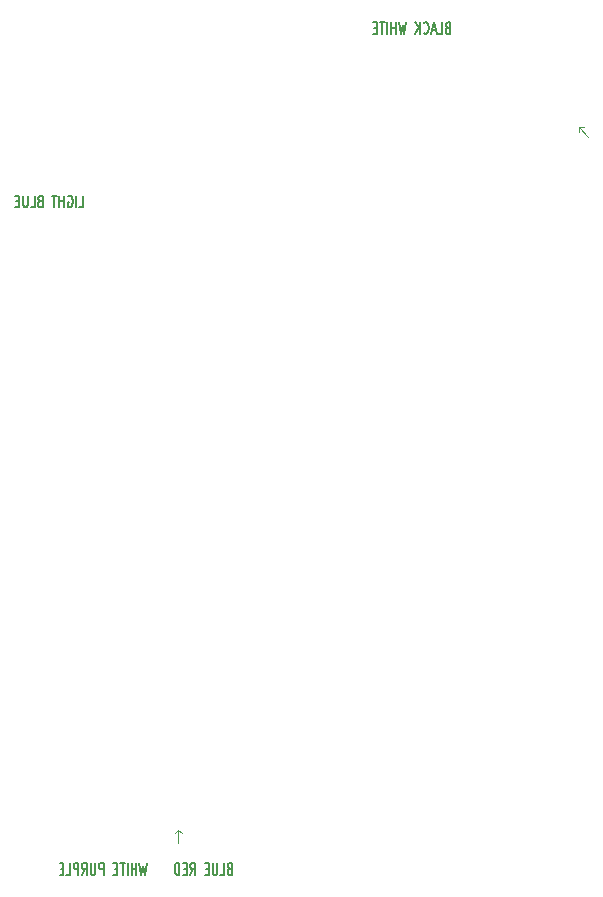
<source format=gbo>
G04 #@! TF.GenerationSoftware,KiCad,Pcbnew,5.1.5+dfsg1-2build2*
G04 #@! TF.CreationDate,2020-12-17T19:44:13+01:00*
G04 #@! TF.ProjectId,sony-scopeman,736f6e79-2d73-4636-9f70-656d616e2e6b,rev?*
G04 #@! TF.SameCoordinates,Original*
G04 #@! TF.FileFunction,Legend,Bot*
G04 #@! TF.FilePolarity,Positive*
%FSLAX46Y46*%
G04 Gerber Fmt 4.6, Leading zero omitted, Abs format (unit mm)*
G04 Created by KiCad (PCBNEW 5.1.5+dfsg1-2build2) date 2020-12-17 19:44:13*
%MOMM*%
%LPD*%
G04 APERTURE LIST*
%ADD10C,0.150000*%
%ADD11C,0.120000*%
G04 APERTURE END LIST*
D10*
X139816666Y-69028571D02*
X139716666Y-69076190D01*
X139683333Y-69123809D01*
X139650000Y-69219047D01*
X139650000Y-69361904D01*
X139683333Y-69457142D01*
X139716666Y-69504761D01*
X139783333Y-69552380D01*
X140050000Y-69552380D01*
X140050000Y-68552380D01*
X139816666Y-68552380D01*
X139750000Y-68600000D01*
X139716666Y-68647619D01*
X139683333Y-68742857D01*
X139683333Y-68838095D01*
X139716666Y-68933333D01*
X139750000Y-68980952D01*
X139816666Y-69028571D01*
X140050000Y-69028571D01*
X139016666Y-69552380D02*
X139350000Y-69552380D01*
X139350000Y-68552380D01*
X138816666Y-69266666D02*
X138483333Y-69266666D01*
X138883333Y-69552380D02*
X138650000Y-68552380D01*
X138416666Y-69552380D01*
X137783333Y-69457142D02*
X137816666Y-69504761D01*
X137916666Y-69552380D01*
X137983333Y-69552380D01*
X138083333Y-69504761D01*
X138150000Y-69409523D01*
X138183333Y-69314285D01*
X138216666Y-69123809D01*
X138216666Y-68980952D01*
X138183333Y-68790476D01*
X138150000Y-68695238D01*
X138083333Y-68600000D01*
X137983333Y-68552380D01*
X137916666Y-68552380D01*
X137816666Y-68600000D01*
X137783333Y-68647619D01*
X137483333Y-69552380D02*
X137483333Y-68552380D01*
X137083333Y-69552380D02*
X137383333Y-68980952D01*
X137083333Y-68552380D02*
X137483333Y-69123809D01*
X136316666Y-68552380D02*
X136150000Y-69552380D01*
X136016666Y-68838095D01*
X135883333Y-69552380D01*
X135716666Y-68552380D01*
X135450000Y-69552380D02*
X135450000Y-68552380D01*
X135450000Y-69028571D02*
X135050000Y-69028571D01*
X135050000Y-69552380D02*
X135050000Y-68552380D01*
X134716666Y-69552380D02*
X134716666Y-68552380D01*
X134483333Y-68552380D02*
X134083333Y-68552380D01*
X134283333Y-69552380D02*
X134283333Y-68552380D01*
X133850000Y-69028571D02*
X133616666Y-69028571D01*
X133516666Y-69552380D02*
X133850000Y-69552380D01*
X133850000Y-68552380D01*
X133516666Y-68552380D01*
X108616666Y-84252380D02*
X108950000Y-84252380D01*
X108950000Y-83252380D01*
X108383333Y-84252380D02*
X108383333Y-83252380D01*
X107683333Y-83300000D02*
X107750000Y-83252380D01*
X107850000Y-83252380D01*
X107950000Y-83300000D01*
X108016666Y-83395238D01*
X108050000Y-83490476D01*
X108083333Y-83680952D01*
X108083333Y-83823809D01*
X108050000Y-84014285D01*
X108016666Y-84109523D01*
X107950000Y-84204761D01*
X107850000Y-84252380D01*
X107783333Y-84252380D01*
X107683333Y-84204761D01*
X107650000Y-84157142D01*
X107650000Y-83823809D01*
X107783333Y-83823809D01*
X107350000Y-84252380D02*
X107350000Y-83252380D01*
X107350000Y-83728571D02*
X106950000Y-83728571D01*
X106950000Y-84252380D02*
X106950000Y-83252380D01*
X106716666Y-83252380D02*
X106316666Y-83252380D01*
X106516666Y-84252380D02*
X106516666Y-83252380D01*
X105316666Y-83728571D02*
X105216666Y-83776190D01*
X105183333Y-83823809D01*
X105150000Y-83919047D01*
X105150000Y-84061904D01*
X105183333Y-84157142D01*
X105216666Y-84204761D01*
X105283333Y-84252380D01*
X105550000Y-84252380D01*
X105550000Y-83252380D01*
X105316666Y-83252380D01*
X105250000Y-83300000D01*
X105216666Y-83347619D01*
X105183333Y-83442857D01*
X105183333Y-83538095D01*
X105216666Y-83633333D01*
X105250000Y-83680952D01*
X105316666Y-83728571D01*
X105550000Y-83728571D01*
X104516666Y-84252380D02*
X104850000Y-84252380D01*
X104850000Y-83252380D01*
X104283333Y-83252380D02*
X104283333Y-84061904D01*
X104250000Y-84157142D01*
X104216666Y-84204761D01*
X104150000Y-84252380D01*
X104016666Y-84252380D01*
X103950000Y-84204761D01*
X103916666Y-84157142D01*
X103883333Y-84061904D01*
X103883333Y-83252380D01*
X103550000Y-83728571D02*
X103316666Y-83728571D01*
X103216666Y-84252380D02*
X103550000Y-84252380D01*
X103550000Y-83252380D01*
X103216666Y-83252380D01*
X121366666Y-140228571D02*
X121266666Y-140276190D01*
X121233333Y-140323809D01*
X121200000Y-140419047D01*
X121200000Y-140561904D01*
X121233333Y-140657142D01*
X121266666Y-140704761D01*
X121333333Y-140752380D01*
X121600000Y-140752380D01*
X121600000Y-139752380D01*
X121366666Y-139752380D01*
X121300000Y-139800000D01*
X121266666Y-139847619D01*
X121233333Y-139942857D01*
X121233333Y-140038095D01*
X121266666Y-140133333D01*
X121300000Y-140180952D01*
X121366666Y-140228571D01*
X121600000Y-140228571D01*
X120566666Y-140752380D02*
X120900000Y-140752380D01*
X120900000Y-139752380D01*
X120333333Y-139752380D02*
X120333333Y-140561904D01*
X120300000Y-140657142D01*
X120266666Y-140704761D01*
X120200000Y-140752380D01*
X120066666Y-140752380D01*
X120000000Y-140704761D01*
X119966666Y-140657142D01*
X119933333Y-140561904D01*
X119933333Y-139752380D01*
X119600000Y-140228571D02*
X119366666Y-140228571D01*
X119266666Y-140752380D02*
X119600000Y-140752380D01*
X119600000Y-139752380D01*
X119266666Y-139752380D01*
X118033333Y-140752380D02*
X118266666Y-140276190D01*
X118433333Y-140752380D02*
X118433333Y-139752380D01*
X118166666Y-139752380D01*
X118100000Y-139800000D01*
X118066666Y-139847619D01*
X118033333Y-139942857D01*
X118033333Y-140085714D01*
X118066666Y-140180952D01*
X118100000Y-140228571D01*
X118166666Y-140276190D01*
X118433333Y-140276190D01*
X117733333Y-140228571D02*
X117500000Y-140228571D01*
X117400000Y-140752380D02*
X117733333Y-140752380D01*
X117733333Y-139752380D01*
X117400000Y-139752380D01*
X117100000Y-140752380D02*
X117100000Y-139752380D01*
X116933333Y-139752380D01*
X116833333Y-139800000D01*
X116766666Y-139895238D01*
X116733333Y-139990476D01*
X116700000Y-140180952D01*
X116700000Y-140323809D01*
X116733333Y-140514285D01*
X116766666Y-140609523D01*
X116833333Y-140704761D01*
X116933333Y-140752380D01*
X117100000Y-140752380D01*
X114333333Y-139752380D02*
X114166666Y-140752380D01*
X114033333Y-140038095D01*
X113900000Y-140752380D01*
X113733333Y-139752380D01*
X113466666Y-140752380D02*
X113466666Y-139752380D01*
X113466666Y-140228571D02*
X113066666Y-140228571D01*
X113066666Y-140752380D02*
X113066666Y-139752380D01*
X112733333Y-140752380D02*
X112733333Y-139752380D01*
X112500000Y-139752380D02*
X112100000Y-139752380D01*
X112300000Y-140752380D02*
X112300000Y-139752380D01*
X111866666Y-140228571D02*
X111633333Y-140228571D01*
X111533333Y-140752380D02*
X111866666Y-140752380D01*
X111866666Y-139752380D01*
X111533333Y-139752380D01*
X110700000Y-140752380D02*
X110700000Y-139752380D01*
X110433333Y-139752380D01*
X110366666Y-139800000D01*
X110333333Y-139847619D01*
X110300000Y-139942857D01*
X110300000Y-140085714D01*
X110333333Y-140180952D01*
X110366666Y-140228571D01*
X110433333Y-140276190D01*
X110700000Y-140276190D01*
X110000000Y-139752380D02*
X110000000Y-140561904D01*
X109966666Y-140657142D01*
X109933333Y-140704761D01*
X109866666Y-140752380D01*
X109733333Y-140752380D01*
X109666666Y-140704761D01*
X109633333Y-140657142D01*
X109600000Y-140561904D01*
X109600000Y-139752380D01*
X108866666Y-140752380D02*
X109100000Y-140276190D01*
X109266666Y-140752380D02*
X109266666Y-139752380D01*
X109000000Y-139752380D01*
X108933333Y-139800000D01*
X108900000Y-139847619D01*
X108866666Y-139942857D01*
X108866666Y-140085714D01*
X108900000Y-140180952D01*
X108933333Y-140228571D01*
X109000000Y-140276190D01*
X109266666Y-140276190D01*
X108566666Y-140752380D02*
X108566666Y-139752380D01*
X108300000Y-139752380D01*
X108233333Y-139800000D01*
X108200000Y-139847619D01*
X108166666Y-139942857D01*
X108166666Y-140085714D01*
X108200000Y-140180952D01*
X108233333Y-140228571D01*
X108300000Y-140276190D01*
X108566666Y-140276190D01*
X107533333Y-140752380D02*
X107866666Y-140752380D01*
X107866666Y-139752380D01*
X107300000Y-140228571D02*
X107066666Y-140228571D01*
X106966666Y-140752380D02*
X107300000Y-140752380D01*
X107300000Y-139752380D01*
X106966666Y-139752380D01*
D11*
X117000000Y-138050000D02*
X117000000Y-136950000D01*
X117000000Y-136950000D02*
X117300000Y-137250000D01*
X117000000Y-136950000D02*
X116700000Y-137250000D01*
X150929289Y-77479289D02*
X151353553Y-77479289D01*
X150929289Y-77479289D02*
X150929289Y-77903553D01*
X151707107Y-78257107D02*
X150929289Y-77479289D01*
M02*

</source>
